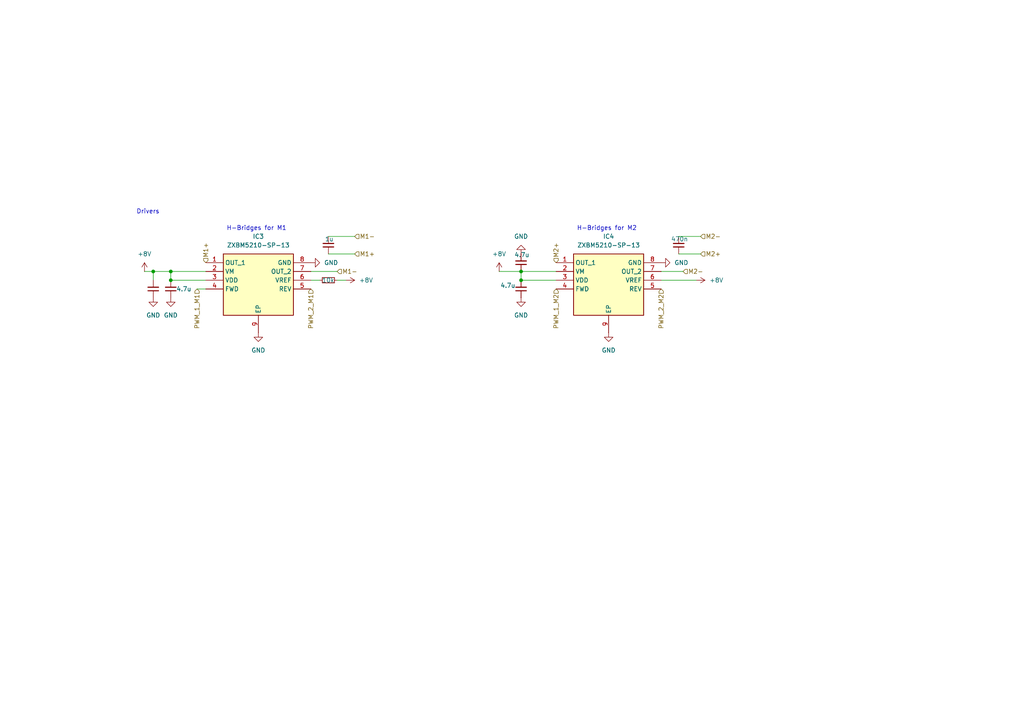
<source format=kicad_sch>
(kicad_sch (version 20250114) (generator "eeschema") (generator_version "9.0")
  (paper "A4")
  (lib_symbols
    (symbol "Device:C_Small" (pin_numbers (hide yes)) (pin_names (offset 0.254) (hide yes))
      (property "Reference" "C" (at 0.254 1.778 0))
      (property "Value" "C_Small" (at 0.254 -2.032 0))
      (symbol "C_Small_0_1"
        (polyline (pts (xy -1.524 0.508) (xy 1.524 0.508)) (stroke (width 0.3048)))
        (polyline (pts (xy -1.524 -0.508) (xy 1.524 -0.508)) (stroke (width 0.3302)))
      )
      (symbol "C_Small_1_1"
        (pin passive line (at 0 2.54 270) (length 2.032) (name "~") (number "1"))
        (pin passive line (at 0 -2.54 90) (length 2.032) (name "~") (number "2"))
      )
    )
    (symbol "Device:R_Small" (pin_numbers (hide yes)) (pin_names (offset 0.254) (hide yes))
      (property "Reference" "R" (at 0 0 90))
      (property "Value" "R_Small" (at 1.778 0 90))
      (symbol "R_Small_0_1"
        (rectangle (start -0.762 1.778) (end 0.762 -1.778) (stroke (width 0.2032)))
      )
      (symbol "R_Small_1_1"
        (pin passive line (at 0 2.54 270) (length 0.762) (name "~") (number "1"))
        (pin passive line (at 0 -2.54 90) (length 0.762) (name "~") (number "2"))
      )
    )
    (symbol "Driver_Motor:ZXBM5210-SP-13"
      (property "Reference" "IC" (at 26.67 7.62 0))
      (property "Value" "ZXBM5210-SP-13" (at 26.67 5.08 0))
      (symbol "ZXBM5210-SP-13_1_1"
        (rectangle (start 5.08 2.54) (end 25.4 -15.24) (stroke (width 0.254)) (fill (type background)))
        (pin passive line (at 0 0 0) (length 5.08) (name "OUT_1") (number "1"))
        (pin passive line (at 0 -2.54 0) (length 5.08) (name "VM") (number "2"))
        (pin passive line (at 0 -5.08 0) (length 5.08) (name "VDD") (number "3"))
        (pin passive line (at 0 -7.62 0) (length 5.08) (name "FWD") (number "4"))
        (pin passive line (at 15.24 -20.32 90) (length 5.08) (name "EP") (number "9"))
        (pin passive line (at 30.48 0 180) (length 5.08) (name "GND") (number "8"))
        (pin passive line (at 30.48 -2.54 180) (length 5.08) (name "OUT_2") (number "7"))
        (pin passive line (at 30.48 -5.08 180) (length 5.08) (name "VREF") (number "6"))
        (pin passive line (at 30.48 -7.62 180) (length 5.08) (name "REV") (number "5"))
      )
    )
    (symbol "power:+8V" (power) (pin_numbers (hide yes)) (pin_names (offset 0) (hide yes))
      (property "Value" "+8V" (at 0 3.556 0))
      (symbol "+8V_0_1"
        (polyline (pts (xy -0.762 1.27) (xy 0 2.54)))
        (polyline (pts (xy 0 2.54) (xy 0.762 1.27)))
        (polyline (pts (xy 0 0) (xy 0 2.54)))
      )
      (symbol "+8V_1_1"
        (pin power_in line (at 0 0 90) (length 0) (name "~") (number "1"))
      )
    )
    (symbol "power:GND" (power) (pin_numbers (hide yes)) (pin_names (offset 0) (hide yes))
      (property "Value" "GND" (at 0 -3.81 0))
      (symbol "GND_0_1"
        (polyline (pts (xy 0 0) (xy 0 -1.27) (xy 1.27 -1.27) (xy 0 -2.54) (xy -1.27 -1.27) (xy 0 -1.27)))
      )
      (symbol "GND_1_1"
        (pin power_in line (at 0 0 270) (length 0) (name "~") (number "1"))
      )
    )
  )
  (text "Drivers\n" (at 42.926 61.468 0) (effects (font (size 1.27 1.27))))
  (text "H-Bridges for M1\n" (at 74.422 66.294 0) (effects (font (size 1.27 1.27))))
  (text "H-Bridges for M2\n" (at 176.022 66.294 0) (effects (font (size 1.27 1.27))))
  (junction (at 151.13 81.28))
  (junction (at 151.13 78.74))
  (junction (at 49.53 81.28))
  (junction (at 44.45 78.74))
  (junction (at 49.53 78.74))
  (wire (pts (xy 151.13 78.74) (xy 161.29 78.74)))
  (wire (pts (xy 144.78 78.74) (xy 151.13 78.74)))
  (wire (pts (xy 92.71 81.28) (xy 90.17 81.28)))
  (wire (pts (xy 57.15 83.82) (xy 59.69 83.82)))
  (wire (pts (xy 196.85 68.58) (xy 203.2 68.58)))
  (wire (pts (xy 44.45 81.28) (xy 44.45 78.74)))
  (wire (pts (xy 196.85 73.66) (xy 203.2 73.66)))
  (wire (pts (xy 97.79 78.74) (xy 90.17 78.74)))
  (wire (pts (xy 95.25 68.58) (xy 102.87 68.58)))
  (wire (pts (xy 41.91 78.74) (xy 44.45 78.74)))
  (wire (pts (xy 191.77 81.28) (xy 201.93 81.28)))
  (wire (pts (xy 198.12 78.74) (xy 191.77 78.74)))
  (wire (pts (xy 49.53 81.28) (xy 59.69 81.28)))
  (wire (pts (xy 151.13 81.28) (xy 161.29 81.28)))
  (wire (pts (xy 100.33 81.28) (xy 97.79 81.28)))
  (wire (pts (xy 151.13 78.74) (xy 151.13 81.28)))
  (wire (pts (xy 49.53 78.74) (xy 59.69 78.74)))
  (wire (pts (xy 95.25 73.66) (xy 102.87 73.66)))
  (wire (pts (xy 49.53 78.74) (xy 49.53 81.28)))
  (wire (pts (xy 44.45 78.74) (xy 49.53 78.74)))
  (hierarchical_label "M1-" (shape input) (at 97.79 78.74 0))
  (hierarchical_label "M2-" (shape input) (at 203.2 68.58 0))
  (hierarchical_label "PWM_1_M2" (shape input) (at 161.29 83.82 270))
  (hierarchical_label "M1+" (shape input) (at 59.69 76.2 90))
  (hierarchical_label "M1+" (shape input) (at 102.87 73.66 0))
  (hierarchical_label "M2+" (shape input) (at 161.29 76.2 90))
  (hierarchical_label "M1-" (shape input) (at 102.87 68.58 0))
  (hierarchical_label "M2+" (shape input) (at 203.2 73.66 0))
  (hierarchical_label "PWM_2_M1" (shape input) (at 90.17 83.82 270))
  (hierarchical_label "M2-" (shape input) (at 198.12 78.74 0))
  (hierarchical_label "PWM_2_M2" (shape input) (at 191.77 83.82 270))
  (hierarchical_label "PWM_1_M1" (shape input) (at 57.15 83.82 270))
  (symbol (lib_id "Device:C_Small") (at 95.25 71.12 180) (unit 1)
    (property "Reference" "C31" (effects (hide yes)))
    (property "Value" "1u" (at 95.504 69.342 0))
    (property "Footprint" "Capacitor_SMD:C_0603_1608Metric" (effects (hide yes)))
    (property "Description" "Unpolarized capacitor, small symbol" (effects (hide yes)))
  )
  (symbol (lib_id "Device:C_Small") (at 49.53 83.82 180) (unit 1)
    (property "Reference" "C29" (effects (hide yes)))
    (property "Value" "4.7u" (at 53.34 83.82 0))
    (property "Footprint" "Capacitor_SMD:C_0603_1608Metric" (effects (hide yes)))
    (property "Description" "Unpolarized capacitor, small symbol" (effects (hide yes)))
  )
  (symbol (lib_id "Device:C_Small") (at 196.85 71.12 180) (unit 1)
    (property "Reference" "C34" (effects (hide yes)))
    (property "Value" "470n" (at 197.104 69.342 0))
    (property "Footprint" "Capacitor_SMD:C_0603_1608Metric" (effects (hide yes)))
    (property "Description" "Unpolarized capacitor, small symbol" (effects (hide yes)))
  )
  (symbol (lib_id "power:GND") (at 151.13 73.66 180) (unit 1)
    (property "Reference" "#PWR044" (effects (hide yes)))
    (property "Value" "GND" (at 151.13 68.58 0))
    (property "Description" "Power symbol creates a global label with name \"GND\" , ground" (effects (hide yes)))
  )
  (symbol (lib_id "power:GND") (at 191.77 76.2 90) (unit 1)
    (property "Reference" "#PWR047" (effects (hide yes)))
    (property "Value" "GND" (at 195.58 76.1999 90) (effects (justify right)))
    (property "Description" "Power symbol creates a global label with name \"GND\" , ground" (effects (hide yes)))
  )
  (symbol (lib_id "Device:C_Small") (at 151.13 76.2 180) (unit 1)
    (property "Reference" "C32" (effects (hide yes)))
    (property "Value" "4.7u" (at 151.384 73.914 0))
    (property "Footprint" "Capacitor_SMD:C_0603_1608Metric" (effects (hide yes)))
    (property "Description" "Unpolarized capacitor, small symbol" (effects (hide yes)))
  )
  (symbol (lib_id "power:GND") (at 44.45 86.36 0) (unit 1)
    (property "Reference" "#PWR038" (effects (hide yes)))
    (property "Value" "GND" (at 44.45 91.44 0))
    (property "Description" "Power symbol creates a global label with name \"GND\" , ground" (effects (hide yes)))
  )
  (symbol (lib_id "Driver_Motor:ZXBM5210-SP-13") (at 59.69 76.2 0) (unit 1)
    (property "Reference" "IC3" (at 74.93 68.58 0))
    (property "Value" "ZXBM5210-SP-13" (at 74.93 71.12 0))
    (property "Footprint" "Package_SO:Diodes_SO-8EP" (effects (hide yes)))
    (property "Datasheet" "https://www.diodes.com/assets/Datasheets/ZXBM5210.pdf" (effects (hide yes)))
    (property "Description" "Motor / Motion / Ignition Controllers & Drivers Reversible DC Drive 0.85mA" (effects (hide yes)))
    (property "Height" "1.5" (effects (hide yes)))
    (property "Mouser Part Number" "621-ZXBM5210-SP-13" (effects (hide yes)))
    (property "Mouser Price/Stock" "https://www.mouser.co.uk/ProductDetail/Diodes-Incorporated/ZXBM5210-SP-13?qs=98WN%2FnWUQiQYAgSBGLkvdw%3D%3D" (effects (hide yes)))
    (property "Manufacturer_Name" "Diodes Incorporated" (effects (hide yes)))
    (property "Manufacturer_Part_Number" "ZXBM5210-SP-13" (effects (hide yes)))
  )
  (symbol (lib_id "power:GND") (at 176.53 96.52 0) (unit 1)
    (property "Reference" "#PWR046" (effects (hide yes)))
    (property "Value" "GND" (at 176.53 101.6 0))
    (property "Description" "Power symbol creates a global label with name \"GND\" , ground" (effects (hide yes)))
  )
  (symbol (lib_id "power:+8V") (at 100.33 81.28 270) (unit 1)
    (property "Reference" "#PWR040" (effects (hide yes)))
    (property "Value" "+8V" (at 104.14 81.2799 90) (effects (justify left)))
    (property "Description" "Power symbol creates a global label with name \"+8V\"" (effects (hide yes)))
  )
  (symbol (lib_id "power:+8V") (at 144.78 78.74 0) (unit 1)
    (property "Reference" "#PWR043" (effects (hide yes)))
    (property "Value" "+8V" (at 144.78 73.66 0))
    (property "Description" "Power symbol creates a global label with name \"+8V\"" (effects (hide yes)))
  )
  (symbol (lib_id "Device:C_Small") (at 151.13 83.82 180) (unit 1)
    (property "Reference" "C33" (effects (hide yes)))
    (property "Value" "4.7u" (at 147.32 82.804 0))
    (property "Footprint" "Capacitor_SMD:C_0603_1608Metric" (effects (hide yes)))
    (property "Description" "Unpolarized capacitor, small symbol" (effects (hide yes)))
  )
  (symbol (lib_id "Driver_Motor:ZXBM5210-SP-13") (at 161.29 76.2 0) (unit 1)
    (property "Reference" "IC4" (at 176.53 68.58 0))
    (property "Value" "ZXBM5210-SP-13" (at 176.53 71.12 0))
    (property "Footprint" "Package_SO:Diodes_SO-8EP" (effects (hide yes)))
    (property "Datasheet" "https://www.diodes.com/assets/Datasheets/ZXBM5210.pdf" (effects (hide yes)))
    (property "Description" "Motor / Motion / Ignition Controllers & Drivers Reversible DC Drive 0.85mA" (effects (hide yes)))
    (property "Height" "1.5" (effects (hide yes)))
    (property "Mouser Part Number" "621-ZXBM5210-SP-13" (effects (hide yes)))
    (property "Mouser Price/Stock" "https://www.mouser.co.uk/ProductDetail/Diodes-Incorporated/ZXBM5210-SP-13?qs=98WN%2FnWUQiQYAgSBGLkvdw%3D%3D" (effects (hide yes)))
    (property "Manufacturer_Name" "Diodes Incorporated" (effects (hide yes)))
    (property "Manufacturer_Part_Number" "ZXBM5210-SP-13" (effects (hide yes)))
  )
  (symbol (lib_id "Device:R_Small") (at 95.25 81.28 270) (unit 1)
    (property "Reference" "R13" (effects (hide yes)))
    (property "Value" "10k" (at 97.028 81.28 90) (effects (justify right)))
    (property "Footprint" "Resistor_SMD:R_0603_1608Metric" (effects (hide yes)))
    (property "Description" "Resistor, small symbol" (effects (hide yes)))
  )
  (symbol (lib_id "power:GND") (at 74.93 96.52 0) (unit 1)
    (property "Reference" "#PWR042" (effects (hide yes)))
    (property "Value" "GND" (at 74.93 101.6 0))
    (property "Description" "Power symbol creates a global label with name \"GND\" , ground" (effects (hide yes)))
  )
  (symbol (lib_id "power:GND") (at 151.13 86.36 0) (unit 1)
    (property "Reference" "#PWR045" (effects (hide yes)))
    (property "Value" "GND" (at 151.13 91.44 0))
    (property "Description" "Power symbol creates a global label with name \"GND\" , ground" (effects (hide yes)))
  )
  (symbol (lib_id "power:+8V") (at 201.93 81.28 270) (unit 1)
    (property "Reference" "#PWR048" (effects (hide yes)))
    (property "Value" "+8V" (at 205.74 81.2799 90) (effects (justify left)))
    (property "Description" "Power symbol creates a global label with name \"+8V\"" (effects (hide yes)))
  )
  (symbol (lib_id "Device:C_Small") (at 44.45 83.82 180) (unit 1)
    (property "Reference" "C30" (effects (hide yes)))
    (property "Value" "4.7u" (effects (hide yes)))
    (property "Footprint" "Capacitor_SMD:C_0603_1608Metric" (effects (hide yes)))
    (property "Description" "Unpolarized capacitor, small symbol" (effects (hide yes)))
  )
  (symbol (lib_id "power:GND") (at 49.53 86.36 0) (unit 1)
    (property "Reference" "#PWR037" (effects (hide yes)))
    (property "Value" "GND" (at 49.53 91.44 0))
    (property "Description" "Power symbol creates a global label with name \"GND\" , ground" (effects (hide yes)))
  )
  (symbol (lib_id "power:+8V") (at 41.91 78.74 0) (unit 1)
    (property "Reference" "#PWR039" (effects (hide yes)))
    (property "Value" "+8V" (at 41.91 73.66 0))
    (property "Description" "Power symbol creates a global label with name \"+8V\"" (effects (hide yes)))
  )
  (symbol (lib_id "power:GND") (at 90.17 76.2 90) (unit 1)
    (property "Reference" "#PWR041" (effects (hide yes)))
    (property "Value" "GND" (at 93.98 76.1999 90) (effects (justify right)))
    (property "Description" "Power symbol creates a global label with name \"GND\" , ground" (effects (hide yes)))
  )
)
</source>
